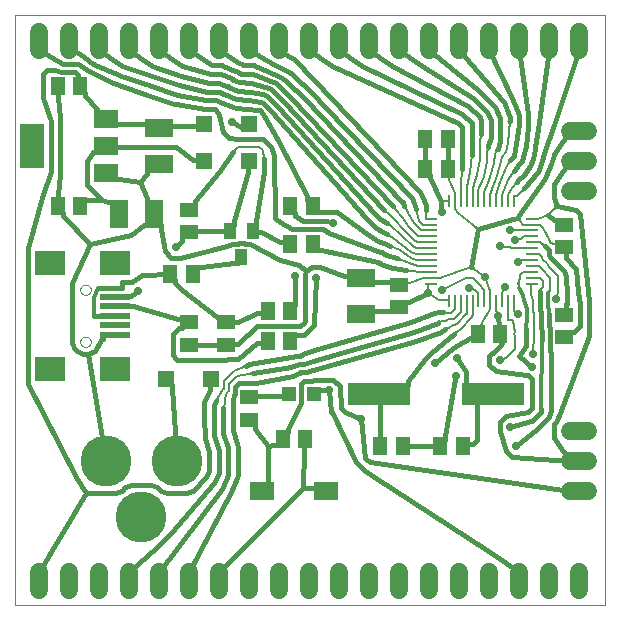
<source format=gtl>
G75*
G70*
%OFA0B0*%
%FSLAX24Y24*%
%IPPOS*%
%LPD*%
%AMOC8*
5,1,8,0,0,1.08239X$1,22.5*
%
%ADD10C,0.0000*%
%ADD11R,0.0079X0.0394*%
%ADD12R,0.0394X0.0079*%
%ADD13C,0.0600*%
%ADD14R,0.0790X0.0590*%
%ADD15R,0.0790X0.1500*%
%ADD16R,0.0984X0.0197*%
%ADD17R,0.0984X0.0787*%
%ADD18C,0.1700*%
%ADD19R,0.0394X0.0551*%
%ADD20R,0.0551X0.0551*%
%ADD21R,0.2100X0.0760*%
%ADD22R,0.0512X0.0591*%
%ADD23R,0.0945X0.0630*%
%ADD24R,0.0591X0.0512*%
%ADD25R,0.0630X0.0945*%
%ADD26R,0.0472X0.0472*%
%ADD27R,0.0787X0.0630*%
%ADD28C,0.0079*%
%ADD29C,0.0157*%
%ADD30C,0.0277*%
%ADD31C,0.0118*%
D10*
X000500Y000107D02*
X000500Y019792D01*
X020185Y019792D01*
X020185Y000107D01*
X000500Y000107D01*
X002681Y008886D02*
X002683Y008912D01*
X002689Y008938D01*
X002699Y008963D01*
X002712Y008986D01*
X002728Y009006D01*
X002748Y009024D01*
X002770Y009039D01*
X002793Y009051D01*
X002819Y009059D01*
X002845Y009063D01*
X002871Y009063D01*
X002897Y009059D01*
X002923Y009051D01*
X002947Y009039D01*
X002968Y009024D01*
X002988Y009006D01*
X003004Y008986D01*
X003017Y008963D01*
X003027Y008938D01*
X003033Y008912D01*
X003035Y008886D01*
X003033Y008860D01*
X003027Y008834D01*
X003017Y008809D01*
X003004Y008786D01*
X002988Y008766D01*
X002968Y008748D01*
X002946Y008733D01*
X002923Y008721D01*
X002897Y008713D01*
X002871Y008709D01*
X002845Y008709D01*
X002819Y008713D01*
X002793Y008721D01*
X002769Y008733D01*
X002748Y008748D01*
X002728Y008766D01*
X002712Y008786D01*
X002699Y008809D01*
X002689Y008834D01*
X002683Y008860D01*
X002681Y008886D01*
X002681Y010619D02*
X002683Y010645D01*
X002689Y010671D01*
X002699Y010696D01*
X002712Y010719D01*
X002728Y010739D01*
X002748Y010757D01*
X002770Y010772D01*
X002793Y010784D01*
X002819Y010792D01*
X002845Y010796D01*
X002871Y010796D01*
X002897Y010792D01*
X002923Y010784D01*
X002947Y010772D01*
X002968Y010757D01*
X002988Y010739D01*
X003004Y010719D01*
X003017Y010696D01*
X003027Y010671D01*
X003033Y010645D01*
X003035Y010619D01*
X003033Y010593D01*
X003027Y010567D01*
X003017Y010542D01*
X003004Y010519D01*
X002988Y010499D01*
X002968Y010481D01*
X002946Y010466D01*
X002923Y010454D01*
X002897Y010446D01*
X002871Y010442D01*
X002845Y010442D01*
X002819Y010446D01*
X002793Y010454D01*
X002769Y010466D01*
X002748Y010481D01*
X002728Y010499D01*
X002712Y010519D01*
X002699Y010542D01*
X002689Y010567D01*
X002683Y010593D01*
X002681Y010619D01*
D11*
X014970Y010237D03*
X015167Y010237D03*
X015364Y010237D03*
X015561Y010237D03*
X015758Y010237D03*
X015955Y010237D03*
X016152Y010237D03*
X016348Y010237D03*
X016545Y010237D03*
X016742Y010237D03*
X016939Y010237D03*
X017136Y010237D03*
X017136Y013583D03*
X016939Y013583D03*
X016742Y013583D03*
X016545Y013583D03*
X016348Y013583D03*
X016152Y013583D03*
X015955Y013583D03*
X015758Y013583D03*
X015561Y013583D03*
X015364Y013583D03*
X015167Y013583D03*
X014970Y013583D03*
D12*
X014380Y012993D03*
X014380Y012796D03*
X014380Y012599D03*
X014380Y012402D03*
X014380Y012205D03*
X014380Y012008D03*
X014380Y011812D03*
X014380Y011615D03*
X014380Y011418D03*
X014380Y011221D03*
X014380Y011024D03*
X014380Y010827D03*
X017726Y010827D03*
X017726Y011024D03*
X017726Y011221D03*
X017726Y011418D03*
X017726Y011615D03*
X017726Y011812D03*
X017726Y012008D03*
X017726Y012205D03*
X017726Y012402D03*
X017726Y012599D03*
X017726Y012796D03*
X017726Y012993D03*
D13*
X019003Y013910D02*
X019603Y013910D01*
X019603Y014910D02*
X019003Y014910D01*
X019003Y015910D02*
X019603Y015910D01*
X019303Y018610D02*
X019303Y019210D01*
X018303Y019210D02*
X018303Y018610D01*
X017303Y018610D02*
X017303Y019210D01*
X016303Y019210D02*
X016303Y018610D01*
X015303Y018610D02*
X015303Y019210D01*
X014303Y019210D02*
X014303Y018610D01*
X013303Y018610D02*
X013303Y019210D01*
X012303Y019210D02*
X012303Y018610D01*
X011303Y018610D02*
X011303Y019210D01*
X010303Y019210D02*
X010303Y018610D01*
X009303Y018610D02*
X009303Y019210D01*
X008303Y019210D02*
X008303Y018610D01*
X007303Y018610D02*
X007303Y019210D01*
X006303Y019210D02*
X006303Y018610D01*
X005303Y018610D02*
X005303Y019210D01*
X004303Y019210D02*
X004303Y018610D01*
X003303Y018610D02*
X003303Y019210D01*
X002303Y019210D02*
X002303Y018610D01*
X001303Y018610D02*
X001303Y019210D01*
X019003Y005910D02*
X019603Y005910D01*
X019603Y004910D02*
X019003Y004910D01*
X019003Y003910D02*
X019603Y003910D01*
X019303Y001210D02*
X019303Y000610D01*
X018303Y000610D02*
X018303Y001210D01*
X017303Y001210D02*
X017303Y000610D01*
X016303Y000610D02*
X016303Y001210D01*
X015303Y001210D02*
X015303Y000610D01*
X014303Y000610D02*
X014303Y001210D01*
X013303Y001210D02*
X013303Y000610D01*
X012303Y000610D02*
X012303Y001210D01*
X011303Y001210D02*
X011303Y000610D01*
X010303Y000610D02*
X010303Y001210D01*
X009303Y001210D02*
X009303Y000610D01*
X008303Y000610D02*
X008303Y001210D01*
X007303Y001210D02*
X007303Y000610D01*
X006303Y000610D02*
X006303Y001210D01*
X005303Y001210D02*
X005303Y000610D01*
X004303Y000610D02*
X004303Y001210D01*
X003303Y001210D02*
X003303Y000610D01*
X002303Y000610D02*
X002303Y001210D01*
X001303Y001210D02*
X001303Y000610D01*
D14*
X003543Y014520D03*
X003543Y015420D03*
X003543Y016320D03*
D15*
X001063Y015410D03*
D16*
X003843Y010382D03*
X003843Y010067D03*
X003843Y009753D03*
X003843Y009438D03*
X003843Y009123D03*
D17*
X003843Y007981D03*
X001677Y007981D03*
X001677Y011524D03*
X003843Y011524D03*
D18*
X003531Y004910D03*
X004713Y003060D03*
X005894Y004910D03*
D19*
X008053Y011727D03*
X007679Y012593D03*
X008427Y012593D03*
D20*
X008301Y014910D03*
X008301Y016160D03*
X006805Y016160D03*
X006805Y014910D03*
X007051Y007660D03*
X005555Y007660D03*
D21*
X012653Y007160D03*
X016453Y007160D03*
D22*
X015427Y005410D03*
X014679Y005410D03*
X013427Y005410D03*
X012679Y005410D03*
X010177Y005660D03*
X009429Y005660D03*
X009677Y008910D03*
X008929Y008910D03*
X008929Y009910D03*
X009677Y009910D03*
X009679Y012160D03*
X010427Y012160D03*
X010427Y013410D03*
X009679Y013410D03*
X006427Y011160D03*
X005679Y011160D03*
X002677Y013410D03*
X001929Y013410D03*
X001929Y017410D03*
X002677Y017410D03*
X014179Y015660D03*
X014927Y015660D03*
X014927Y014660D03*
X014179Y014660D03*
X015929Y009160D03*
X016677Y009160D03*
D23*
X012053Y009819D03*
X012053Y011001D03*
X005303Y014819D03*
X005303Y016001D03*
D24*
X006303Y013284D03*
X006303Y012536D03*
X006303Y009534D03*
X006303Y008786D03*
X007553Y008786D03*
X007553Y009534D03*
X008303Y007034D03*
X008303Y006286D03*
X013303Y010036D03*
X013303Y010784D03*
X018803Y009784D03*
X018803Y009036D03*
X018803Y012036D03*
X018803Y012784D03*
D25*
X005144Y013160D03*
X003963Y013160D03*
D26*
X009640Y007160D03*
X010467Y007160D03*
D27*
X010866Y003910D03*
X008740Y003910D03*
D28*
X007491Y006662D02*
X007475Y006746D01*
X007422Y006679D01*
X007453Y006654D02*
X007492Y006816D01*
X007496Y006987D01*
X007573Y007205D01*
X007628Y007260D01*
X007628Y007480D01*
X007897Y007749D01*
X008311Y007804D01*
X008425Y007843D01*
X008398Y007872D02*
X008336Y007812D01*
X008421Y007804D01*
X008197Y008040D02*
X008111Y008040D01*
X008167Y008105D01*
X008197Y008079D02*
X007806Y007899D01*
X007478Y007571D01*
X007458Y007522D01*
X007458Y007330D01*
X007445Y007303D01*
X007217Y006930D01*
X007256Y006925D02*
X007266Y007010D01*
X007195Y006962D01*
X012896Y012458D02*
X012982Y012446D01*
X012935Y012518D01*
X012902Y012497D02*
X013114Y012363D01*
X013723Y011880D01*
X013888Y011812D01*
X014183Y011812D01*
X014222Y011812D01*
X014380Y011812D01*
X014380Y012008D02*
X014222Y012008D01*
X014183Y012008D01*
X013920Y012008D01*
X013813Y012053D01*
X013396Y012406D01*
X013016Y012772D01*
X012906Y012847D01*
X012939Y012867D02*
X012984Y012794D01*
X012899Y012808D01*
X013180Y012961D02*
X013019Y013121D01*
X013004Y013130D01*
X012811Y013280D01*
X012802Y013242D02*
X012886Y013222D01*
X012846Y013298D01*
X013099Y013372D02*
X013174Y013330D01*
X013157Y013414D01*
X013118Y013406D02*
X013209Y013284D01*
X013413Y013060D01*
X013640Y012717D01*
X013946Y012411D01*
X013967Y012402D01*
X014183Y012402D01*
X014222Y012402D01*
X014380Y012402D01*
X014380Y012205D02*
X014222Y012205D01*
X014183Y012205D01*
X013927Y012205D01*
X013835Y012244D01*
X013473Y012605D01*
X013180Y012961D01*
X013604Y013202D02*
X013484Y013398D01*
X013462Y013366D02*
X013533Y013317D01*
X013523Y013403D01*
X013604Y013202D02*
X013612Y013193D01*
X013800Y012834D01*
X014025Y012610D01*
X014036Y012599D01*
X014183Y012599D01*
X014222Y012599D01*
X014380Y012599D01*
X014380Y012796D02*
X014222Y012796D01*
X014183Y012796D01*
X014102Y012796D01*
X013986Y012911D01*
X013878Y013316D01*
X013917Y013309D02*
X013902Y013224D01*
X013848Y013290D01*
X014163Y013248D02*
X014208Y013174D01*
X014234Y013256D01*
X014197Y013268D02*
X014222Y013048D01*
X014222Y013032D01*
X014222Y012993D01*
X014380Y012993D01*
X014709Y013532D02*
X014787Y013567D01*
X014709Y013603D01*
X014693Y013567D02*
X014931Y013567D01*
X014970Y013567D01*
X014970Y013583D01*
X015167Y013583D02*
X015167Y013426D01*
X015167Y013386D01*
X015167Y013305D01*
X015283Y013190D01*
X015929Y012658D01*
X015894Y012641D02*
X015856Y012718D01*
X015939Y012696D01*
X016667Y012072D02*
X017129Y012004D01*
X017351Y012004D01*
X017352Y012004D01*
X017448Y012008D01*
X017530Y012008D01*
X017569Y012008D01*
X017726Y012008D01*
X017726Y011812D02*
X017884Y011812D01*
X017923Y011812D01*
X017949Y011812D01*
X017988Y011810D01*
X018079Y011719D01*
X018079Y011681D01*
X018120Y011619D01*
X018233Y011507D01*
X018322Y011387D01*
X018566Y011131D01*
X018593Y011067D01*
X018593Y011028D01*
X018593Y010548D01*
X018555Y010308D01*
X018314Y010499D02*
X018335Y010582D01*
X018258Y010544D01*
X018276Y010508D02*
X018356Y010609D01*
X018356Y010967D01*
X018356Y011007D01*
X018079Y011325D01*
X017988Y011416D01*
X017949Y011418D01*
X017923Y011418D01*
X017884Y011418D01*
X017726Y011418D01*
X017726Y011615D02*
X017569Y011615D01*
X017530Y011615D01*
X017350Y011615D01*
X017260Y011540D01*
X017448Y011221D02*
X017333Y011106D01*
X017291Y010808D01*
X017293Y010690D01*
X017290Y010819D02*
X017304Y010901D01*
X017448Y011221D02*
X017530Y011221D01*
X017569Y011221D01*
X017726Y011221D01*
X017726Y011024D02*
X017884Y011024D01*
X017923Y011024D01*
X018005Y011024D01*
X018120Y010909D01*
X018120Y010746D01*
X018107Y010712D01*
X018013Y010617D01*
X018000Y010552D01*
X017973Y010581D02*
X018013Y010617D01*
X018036Y010568D01*
X017724Y010438D02*
X017783Y010268D01*
X017783Y010047D01*
X017806Y009686D01*
X017806Y009225D01*
X017801Y009147D01*
X017776Y008485D01*
X017181Y008650D02*
X016886Y008355D01*
X016880Y008353D01*
X016677Y008272D01*
X017181Y008650D02*
X017163Y008764D01*
X017171Y008793D01*
X017171Y009080D01*
X017153Y009147D01*
X017164Y009221D01*
X017145Y009395D01*
X017122Y009614D01*
X016938Y009614D01*
X016929Y009745D01*
X016939Y009958D01*
X016939Y010040D01*
X016939Y010079D01*
X016939Y010237D01*
X017136Y010237D02*
X017136Y010079D01*
X017132Y010020D01*
X017129Y009977D01*
X017152Y009931D01*
X017268Y009831D01*
X016742Y010237D02*
X016742Y010394D01*
X016742Y010434D01*
X016742Y010515D01*
X016843Y010705D01*
X016545Y010237D02*
X016545Y010079D01*
X016545Y010040D01*
X016545Y009958D01*
X016610Y009764D01*
X016348Y009975D02*
X016269Y009854D01*
X016150Y009632D01*
X016072Y009514D01*
X015929Y009160D01*
X015720Y009692D02*
X015358Y009330D01*
X015142Y009158D01*
X015177Y009140D02*
X015216Y009217D01*
X015132Y009196D01*
X014978Y009362D02*
X014972Y009359D01*
X014854Y009319D01*
X014881Y009291D02*
X014944Y009350D01*
X014858Y009359D01*
X014978Y009362D02*
X015034Y009418D01*
X015226Y009489D01*
X015247Y009497D01*
X015553Y009803D01*
X015561Y009823D01*
X015561Y010040D01*
X015561Y010079D01*
X015561Y010237D01*
X015364Y010237D02*
X015364Y010079D01*
X015364Y010040D01*
X015364Y009877D01*
X015134Y009646D01*
X015097Y009638D01*
X014943Y009638D01*
X014878Y009595D01*
X014740Y009595D01*
X014591Y009528D01*
X014620Y009502D02*
X014677Y009567D01*
X014591Y009567D01*
X014776Y009833D02*
X014856Y009859D01*
X014764Y009871D01*
X014785Y009904D02*
X014856Y009859D01*
X014895Y009859D01*
X015045Y009859D01*
X015075Y009882D01*
X015167Y009975D01*
X015167Y010040D01*
X015167Y010079D01*
X015167Y010237D01*
X014970Y010237D02*
X014970Y010296D01*
X014931Y010296D01*
X014625Y010296D01*
X014260Y010508D01*
X014260Y010788D01*
X014260Y010827D01*
X014380Y010827D01*
X014380Y011024D02*
X014222Y011024D01*
X014183Y011024D01*
X014102Y011024D01*
X013680Y010843D01*
X013598Y010843D01*
X013559Y010843D01*
X013303Y010784D01*
X013554Y011250D02*
X013637Y011273D01*
X013565Y011321D01*
X013543Y011288D02*
X013967Y011221D01*
X014183Y011221D01*
X014222Y011221D01*
X014380Y011221D01*
X014380Y011024D02*
X014537Y011024D01*
X014577Y011024D01*
X014658Y011024D01*
X015720Y011394D01*
X016185Y011052D01*
X016348Y010580D01*
X016348Y010434D01*
X016348Y010394D01*
X016348Y010237D01*
X016348Y010079D01*
X016348Y010040D01*
X016348Y009975D01*
X016152Y010237D02*
X016152Y010394D01*
X016152Y010434D01*
X016152Y010613D01*
X015972Y010820D01*
X015788Y011004D01*
X015527Y011004D01*
X014756Y010611D01*
X014380Y011418D02*
X014222Y011418D01*
X014183Y011418D01*
X013927Y011418D01*
X013825Y011437D01*
X013644Y011505D01*
X013236Y011666D01*
X013265Y011693D02*
X013324Y011631D01*
X013238Y011627D01*
X013350Y011941D02*
X013000Y012087D01*
X013001Y012048D02*
X013087Y012051D01*
X013029Y012114D01*
X013350Y011941D02*
X013723Y011683D01*
X013888Y011615D01*
X014183Y011615D01*
X014222Y011615D01*
X014380Y011615D01*
X015631Y011363D02*
X015693Y011423D01*
X015755Y011413D02*
X015797Y011338D01*
X015712Y011356D01*
X015717Y011355D02*
X015631Y011363D01*
X015657Y010690D02*
X015839Y010630D01*
X015955Y010515D01*
X015955Y010434D01*
X015955Y010394D01*
X015955Y010237D01*
X015758Y010237D02*
X015758Y010079D01*
X015758Y010040D01*
X015758Y009784D01*
X015720Y009692D01*
X017724Y010438D02*
X017724Y010788D01*
X017724Y010827D01*
X017726Y010827D01*
X018126Y012065D02*
X018087Y012141D01*
X018170Y012122D01*
X018161Y012083D02*
X018005Y012205D01*
X017923Y012205D01*
X017884Y012205D01*
X017726Y012205D01*
X017726Y012402D02*
X017569Y012402D01*
X017530Y012402D01*
X017464Y012402D01*
X017452Y012393D01*
X017371Y012313D01*
X017178Y012272D01*
X016994Y012619D02*
X017432Y012599D01*
X017530Y012599D01*
X017569Y012599D01*
X017726Y012599D01*
X017726Y012796D02*
X017569Y012796D01*
X017530Y012796D01*
X017448Y012796D01*
X017333Y012911D01*
X017287Y013012D01*
X017261Y012983D02*
X017326Y012926D01*
X017327Y013012D01*
X017726Y012993D02*
X017884Y012993D01*
X017923Y012993D01*
X017940Y012993D01*
X018287Y013127D01*
X018559Y013398D01*
X018573Y013361D02*
X018492Y013331D01*
X018522Y013412D01*
X018354Y013193D02*
X018324Y013113D01*
X018285Y013087D02*
X018199Y013093D01*
X018259Y013154D01*
X018274Y013163D02*
X018354Y013193D01*
X018005Y012796D02*
X017923Y012796D01*
X017884Y012796D01*
X017726Y012796D01*
X018005Y012796D02*
X018120Y012681D01*
X018317Y012329D01*
X018351Y012227D01*
X018443Y012135D01*
X018508Y012135D01*
X018547Y012135D01*
X018803Y012036D01*
X017136Y013583D02*
X017136Y013741D01*
X017175Y013741D01*
X017191Y013741D01*
X017248Y013745D01*
X017409Y013906D01*
X017484Y014001D01*
X017446Y014010D02*
X017426Y013926D01*
X017502Y013965D01*
X017260Y014182D02*
X017181Y014148D01*
X017207Y014230D01*
X017244Y014218D02*
X017059Y014014D01*
X016939Y013780D01*
X016939Y013741D01*
X016939Y013583D01*
X016742Y013583D02*
X016742Y013741D01*
X016742Y013780D01*
X016874Y014105D01*
X016938Y014278D01*
X017146Y014579D01*
X017166Y014545D02*
X017092Y014501D01*
X017107Y014586D01*
X016885Y014687D02*
X017004Y014934D01*
X016965Y014934D02*
X016963Y014849D01*
X017029Y014903D01*
X016885Y014687D02*
X016685Y014206D01*
X016545Y013796D01*
X016545Y013780D01*
X016545Y013741D01*
X016545Y013583D01*
X016348Y013583D02*
X016348Y013741D01*
X016348Y013780D01*
X016348Y013796D01*
X016455Y014067D01*
X016538Y014324D01*
X016664Y014779D01*
X016728Y015048D01*
X016866Y015213D01*
X016950Y015525D01*
X016992Y016264D01*
X016955Y016250D02*
X016987Y016170D01*
X017027Y016246D01*
X016591Y015327D02*
X016495Y015148D01*
X016492Y015142D01*
X016484Y014851D01*
X016349Y014388D01*
X016270Y014180D01*
X016152Y013878D01*
X016152Y013780D01*
X016152Y013741D01*
X016152Y013583D01*
X015955Y013583D02*
X015955Y013741D01*
X015955Y013780D01*
X015955Y013959D01*
X016117Y014308D01*
X016154Y014397D01*
X016248Y014898D01*
X016256Y015189D01*
X016280Y015386D01*
X016313Y015366D02*
X016268Y015293D01*
X016242Y015374D01*
X016551Y015330D02*
X016546Y015244D01*
X016614Y015296D01*
X016012Y015221D02*
X016012Y014993D01*
X015922Y014443D01*
X015818Y014132D01*
X015797Y014080D01*
X015778Y014061D01*
X015758Y014012D01*
X015758Y013780D01*
X015758Y013741D01*
X015758Y013583D01*
X015561Y013583D02*
X015561Y013741D01*
X015561Y013780D01*
X015561Y014051D01*
X015689Y014538D01*
X015736Y015107D01*
X015699Y015093D02*
X015728Y015013D01*
X015771Y015088D01*
X016012Y015221D02*
X016005Y015273D01*
X016005Y015500D01*
X016047Y015812D01*
X016010Y015800D02*
X016035Y015718D01*
X016081Y015791D01*
X015417Y014650D02*
X015364Y014075D01*
X015364Y013780D01*
X015364Y013741D01*
X015364Y013583D01*
X015167Y013583D02*
X015167Y013741D01*
X015167Y013780D01*
X015167Y013862D01*
X014986Y014283D01*
X014986Y014365D01*
X014986Y014404D01*
X014927Y014660D01*
X015380Y014637D02*
X015409Y014556D01*
X015451Y014631D01*
X008848Y015007D02*
X008800Y015078D01*
X008777Y014995D01*
X008815Y014985D02*
X008770Y015266D01*
X008657Y015379D01*
X008106Y015379D01*
X007945Y015379D01*
X007832Y015266D01*
X007787Y015209D01*
X007775Y015247D02*
X007832Y015266D01*
X007827Y015206D01*
X008026Y016044D02*
X008065Y016044D01*
X008301Y016160D01*
D29*
X008026Y016044D02*
X007740Y016216D01*
X007437Y015897D02*
X007317Y016455D01*
X007284Y016520D01*
X007165Y016639D01*
X007090Y016647D01*
X006854Y016647D01*
X005870Y016814D01*
X005811Y016826D01*
X004902Y017129D01*
X003964Y017444D01*
X003718Y017546D01*
X002966Y017916D01*
X002599Y018135D01*
X002106Y018135D01*
X001303Y018610D01*
X001303Y018910D01*
X002303Y018910D02*
X002303Y018610D01*
X002464Y018571D01*
X002600Y018515D01*
X002777Y018427D01*
X003106Y018135D01*
X003141Y018135D01*
X003170Y018123D01*
X003896Y017813D01*
X004027Y017759D01*
X004964Y017444D01*
X005902Y017129D01*
X006882Y016937D01*
X007209Y016937D01*
X007282Y016922D01*
X007333Y016894D01*
X007776Y016711D01*
X007858Y016694D01*
X008615Y016624D01*
X008665Y016609D01*
X008789Y016484D01*
X009320Y015556D01*
X010250Y013738D01*
X010250Y013705D01*
X010250Y013627D01*
X010427Y013410D01*
X010604Y013217D01*
X010683Y013217D01*
X011257Y013217D01*
X012351Y012404D01*
X012624Y012237D01*
X012673Y012217D01*
X012802Y012166D01*
X013000Y012087D01*
X012762Y011858D02*
X012870Y011772D01*
X013236Y011666D01*
X013106Y011351D02*
X012768Y011457D01*
X012719Y011478D01*
X012623Y011552D01*
X012607Y011552D01*
X010716Y011943D01*
X010683Y011943D01*
X010604Y011943D01*
X010427Y012160D01*
X010763Y012649D02*
X009742Y012649D01*
X009325Y012879D01*
X009187Y013017D01*
X009130Y015115D01*
X009043Y015379D01*
X008770Y015651D01*
X007929Y015651D01*
X007645Y015690D01*
X007437Y015897D01*
X006805Y016160D02*
X006608Y016080D01*
X006530Y016080D01*
X005776Y016080D01*
X005697Y016080D01*
X005303Y016001D01*
X004909Y016160D01*
X004831Y016160D01*
X003938Y016160D01*
X003859Y016160D01*
X003543Y016320D01*
X003227Y016536D01*
X003227Y016615D01*
X003227Y016648D01*
X002854Y017082D01*
X002854Y017115D01*
X002854Y017193D01*
X002677Y017410D01*
X002597Y017627D01*
X002597Y017705D01*
X002597Y017778D01*
X002494Y017881D01*
X002051Y017881D01*
X001850Y017941D01*
X001771Y017941D01*
X001575Y017941D01*
X001437Y017803D01*
X001437Y017213D01*
X001437Y017017D01*
X001694Y016258D01*
X001694Y014758D01*
X001694Y014562D01*
X001437Y013803D01*
X000949Y012016D01*
X000949Y007685D01*
X000949Y007489D01*
X002535Y004370D01*
X002886Y003835D01*
X001303Y001210D01*
X001303Y000910D01*
X004303Y000910D02*
X004303Y001210D01*
X005252Y002063D01*
X005709Y002520D01*
X007157Y004192D01*
X007295Y004524D01*
X007295Y005296D01*
X007142Y005751D01*
X007138Y006524D01*
X007138Y006785D01*
X007217Y006930D01*
X007453Y006654D02*
X007457Y005814D01*
X007601Y005379D01*
X007610Y005335D01*
X007610Y004485D01*
X007601Y004441D01*
X007433Y004035D01*
X007408Y003997D01*
X005303Y001210D01*
X005303Y000910D01*
X006303Y000910D02*
X006303Y001210D01*
X007712Y003885D01*
X007904Y004349D01*
X007925Y004454D01*
X007925Y005366D01*
X007904Y005471D01*
X007772Y005932D01*
X007772Y006128D01*
X007772Y006876D01*
X007775Y006953D01*
X007806Y007109D01*
X007820Y007128D01*
X007833Y007161D01*
X007838Y007176D01*
X007838Y007360D01*
X007854Y007386D01*
X007990Y007522D01*
X008156Y007522D01*
X008556Y007528D01*
X009779Y007749D01*
X009915Y007805D01*
X009994Y007860D01*
X010014Y007868D01*
X010204Y007868D01*
X013878Y008914D01*
X014721Y009213D01*
X014854Y009319D01*
X015125Y009141D02*
X014985Y009004D01*
X014369Y008520D01*
X014161Y008313D01*
X013624Y007573D01*
X013624Y007540D01*
X013624Y007461D01*
X012653Y007160D01*
X012666Y006859D01*
X012666Y006780D01*
X012666Y005705D01*
X012666Y005627D01*
X012679Y005410D01*
X012187Y005017D02*
X012047Y006331D01*
X011505Y006544D01*
X011367Y006682D01*
X011327Y007423D01*
X011119Y007630D01*
X010826Y007630D01*
X010606Y007630D01*
X010259Y007593D01*
X010228Y007593D01*
X010157Y007573D01*
X010053Y007470D01*
X010053Y006850D01*
X009606Y005988D01*
X009606Y005955D01*
X009606Y005877D01*
X009429Y005660D01*
X009252Y005443D01*
X009173Y005443D01*
X009141Y005443D01*
X008937Y005406D01*
X008520Y005997D01*
X008520Y006030D01*
X008520Y006109D01*
X008303Y006286D01*
X008303Y007034D02*
X008520Y007097D01*
X008598Y007097D01*
X009404Y007097D01*
X009482Y007097D01*
X009640Y007160D01*
X010467Y007160D02*
X010624Y007276D01*
X010703Y007276D01*
X010972Y007276D01*
X011052Y006564D01*
X011060Y006543D01*
X011880Y004878D01*
X012187Y004572D01*
X016531Y001740D01*
X017303Y001210D01*
X017303Y000910D01*
X019003Y003910D02*
X012325Y004879D01*
X012187Y005017D01*
X013427Y005410D02*
X013604Y005410D01*
X013683Y005410D01*
X014423Y005410D01*
X014502Y005410D01*
X014679Y005410D01*
X014856Y005627D01*
X014856Y005705D01*
X014856Y005738D01*
X015167Y007638D01*
X015224Y007749D01*
X015554Y007885D02*
X015554Y007540D01*
X015554Y007461D01*
X016453Y007160D01*
X015919Y006859D01*
X015919Y006780D01*
X015919Y005607D01*
X015781Y005469D01*
X015683Y005469D01*
X015604Y005469D01*
X015427Y005410D01*
X016661Y005909D02*
X016862Y005255D01*
X017070Y005048D01*
X019003Y004910D01*
X019303Y004910D01*
X019003Y004910D01*
X018480Y005686D01*
X018475Y005698D01*
X018475Y006122D01*
X018480Y006134D01*
X018552Y006205D01*
X018580Y006265D01*
X018684Y006517D01*
X019650Y009075D01*
X019650Y009508D01*
X019650Y010256D01*
X019335Y013138D01*
X019196Y013276D01*
X018559Y013398D01*
X018467Y013697D01*
X018467Y014123D01*
X018473Y014138D01*
X019003Y014910D01*
X019303Y014910D01*
X018474Y015138D02*
X018468Y015123D01*
X018389Y014830D01*
X018214Y014407D01*
X018148Y014296D01*
X017648Y013584D01*
X017293Y013130D01*
X017287Y013012D01*
X017097Y012973D01*
X015929Y012658D01*
X015720Y011394D01*
X014260Y010508D02*
X013631Y010213D01*
X013598Y010213D01*
X013520Y010213D01*
X013303Y010036D01*
X013087Y009928D01*
X013008Y009928D01*
X012526Y009928D01*
X012447Y009928D01*
X012053Y009819D01*
X012447Y010892D02*
X012526Y010892D01*
X013008Y010892D01*
X013087Y010892D01*
X013303Y010784D01*
X013543Y011288D02*
X013106Y011351D01*
X012762Y011858D02*
X012742Y011867D01*
X012669Y011867D01*
X010964Y012509D01*
X010763Y012649D01*
X010898Y012921D02*
X010091Y012921D01*
X009902Y013036D01*
X009856Y013082D01*
X009856Y013115D01*
X009856Y013193D01*
X009679Y013410D01*
X009325Y012219D02*
X008722Y012554D01*
X008624Y012554D01*
X008545Y012554D01*
X008427Y012593D01*
X008545Y012790D01*
X008545Y012869D01*
X008545Y012901D01*
X008813Y014537D01*
X008815Y014985D01*
X008301Y014910D02*
X008262Y014713D01*
X008262Y014634D01*
X008262Y014537D01*
X007797Y012901D01*
X007797Y012869D01*
X007797Y012790D01*
X007679Y012593D01*
X007561Y012565D01*
X007482Y012565D01*
X006598Y012565D01*
X006520Y012565D01*
X006303Y012536D01*
X006087Y012359D01*
X006087Y012280D01*
X006087Y012247D01*
X006040Y012201D01*
X005858Y012048D01*
X005504Y011901D02*
X005711Y011693D01*
X006005Y011693D01*
X007580Y012081D01*
X007650Y012102D01*
X007758Y012160D01*
X007941Y012160D01*
X007971Y012167D01*
X007981Y012176D01*
X008125Y012176D01*
X008135Y012167D01*
X008165Y012160D01*
X008348Y012160D01*
X009325Y011629D01*
X009977Y011434D01*
X010193Y011241D01*
X010393Y011371D01*
X010686Y011371D01*
X011483Y011079D01*
X011581Y011079D01*
X011659Y011079D01*
X012053Y011001D01*
X012447Y010892D01*
X013696Y009544D02*
X010363Y008568D01*
X010114Y008465D01*
X010014Y008418D01*
X009905Y008418D01*
X008295Y008158D01*
X008197Y008079D01*
X008425Y007843D02*
X009716Y008064D01*
X009959Y008143D01*
X010149Y008143D01*
X010425Y008255D01*
X013815Y009229D01*
X014591Y009528D01*
X014460Y009843D02*
X013696Y009544D01*
X014460Y009843D02*
X014638Y009871D01*
X014764Y009871D01*
X015142Y009158D02*
X015125Y009141D01*
X015109Y008690D02*
X014516Y008166D01*
X015109Y008690D02*
X015825Y009101D01*
X015923Y009101D01*
X016002Y009101D01*
X015929Y009160D01*
X016593Y009219D02*
X016632Y009370D01*
X016610Y009764D01*
X016593Y009219D02*
X016671Y009199D01*
X016677Y009160D01*
X016612Y008943D01*
X016750Y008865D01*
X016750Y008832D01*
X016704Y008786D01*
X016533Y008629D01*
X016530Y008627D01*
X016323Y008419D01*
X016323Y008125D01*
X016530Y007918D01*
X017554Y007780D01*
X017601Y007776D01*
X017739Y007638D01*
X017739Y006957D01*
X017739Y006761D01*
X017731Y006686D01*
X017598Y006552D01*
X016869Y006410D01*
X016661Y006202D01*
X016661Y005909D01*
X017016Y006056D02*
X017716Y006245D01*
X017730Y006251D01*
X018032Y006553D01*
X018038Y006567D01*
X018054Y006642D01*
X018344Y006506D02*
X018292Y006379D01*
X017904Y005991D01*
X017217Y005402D01*
X018344Y006506D02*
X018369Y006580D01*
X018370Y007894D01*
X018370Y008374D01*
X018327Y008705D01*
X018327Y008855D01*
X018336Y008900D01*
X018336Y009329D01*
X018313Y009448D01*
X018313Y009803D01*
X018040Y009748D02*
X018040Y009334D01*
X018085Y009235D01*
X018085Y008995D01*
X018067Y008963D01*
X017552Y008740D02*
X017316Y008407D01*
X017740Y008056D01*
X017552Y008740D02*
X017553Y009302D01*
X018040Y009748D02*
X018001Y010091D01*
X018001Y010104D01*
X018000Y010394D01*
X018000Y010552D01*
X018901Y010451D02*
X018864Y011082D01*
X018796Y011245D01*
X018442Y011599D01*
X018334Y011708D01*
X018313Y011778D01*
X018313Y011832D01*
X018312Y011933D01*
X018161Y012083D01*
X018803Y012036D02*
X018862Y011859D01*
X018862Y011780D01*
X018862Y011682D01*
X019192Y011331D01*
X019232Y010933D01*
X019277Y010564D01*
X019335Y010138D01*
X019335Y009626D01*
X019335Y009430D01*
X019177Y009259D01*
X019131Y009213D01*
X019098Y009213D01*
X019020Y009213D01*
X018803Y009036D01*
X018803Y009784D02*
X018871Y009961D01*
X018871Y010040D01*
X018871Y010134D01*
X018901Y010164D01*
X018901Y010451D01*
X018803Y012784D02*
X018587Y012961D01*
X018508Y012961D01*
X018475Y012961D01*
X018287Y013127D01*
X017484Y014001D02*
X017755Y014298D01*
X017880Y014474D01*
X017935Y014556D01*
X018086Y014922D01*
X018154Y015186D01*
X018467Y016123D01*
X019303Y018610D01*
X019303Y018910D01*
X018303Y018910D02*
X018303Y018610D01*
X017937Y015970D01*
X017852Y015378D01*
X017840Y015316D01*
X017772Y014986D01*
X017667Y014734D01*
X017613Y014652D01*
X017461Y014449D01*
X017271Y014271D01*
X017244Y014218D01*
X017146Y014579D02*
X017319Y014803D01*
X017400Y014912D01*
X017457Y015048D01*
X017538Y015408D01*
X017538Y015408D01*
X017622Y016032D01*
X017622Y016496D01*
X017303Y018610D01*
X017303Y018910D01*
X016303Y018910D02*
X016303Y018610D01*
X017084Y017024D01*
X017283Y016544D01*
X017307Y016421D01*
X017307Y016395D01*
X017307Y016134D01*
X017224Y015471D01*
X017142Y015111D01*
X017133Y015091D01*
X017004Y014934D01*
X016591Y015327D02*
X016675Y015580D01*
X016675Y016043D01*
X016675Y016358D01*
X016675Y016359D01*
X016524Y016725D01*
X016523Y016725D01*
X015953Y017295D01*
X014303Y018610D01*
X014303Y018910D01*
X014075Y018080D02*
X013303Y018610D01*
X013303Y018910D01*
X013075Y018080D02*
X012303Y018610D01*
X012303Y018910D01*
X012075Y018080D02*
X011303Y018610D01*
X011303Y018910D01*
X011075Y018080D02*
X010303Y018610D01*
X010303Y018910D01*
X009808Y018299D02*
X009689Y018379D01*
X009303Y018610D01*
X009303Y018910D01*
X009808Y018299D02*
X010480Y017628D01*
X013995Y013866D01*
X014094Y013679D01*
X014193Y013446D01*
X014197Y013268D01*
X013878Y013316D02*
X013799Y013529D01*
X013728Y013687D01*
X010837Y016711D01*
X010395Y017169D01*
X009739Y017825D01*
X009638Y017893D01*
X009106Y018134D01*
X008303Y018610D01*
X008303Y018910D01*
X007990Y018185D02*
X007303Y018610D01*
X007303Y018910D01*
X007990Y018185D02*
X008066Y018134D01*
X008093Y018107D01*
X008096Y018106D01*
X008485Y018098D01*
X008519Y018092D01*
X008915Y017928D01*
X009342Y017730D01*
X009497Y017630D01*
X009550Y017594D01*
X010165Y016980D01*
X013414Y013557D01*
X013433Y013537D01*
X013484Y013398D01*
X013118Y013406D02*
X013118Y013407D01*
X009695Y017017D01*
X009198Y017514D01*
X008928Y017626D01*
X008445Y017808D01*
X008040Y017824D01*
X007933Y017868D01*
X007930Y017872D01*
X007881Y017908D01*
X007852Y017928D01*
X007456Y018092D01*
X007422Y018098D01*
X007095Y018098D01*
X007089Y018101D01*
X006303Y018610D01*
X006303Y018910D01*
X006075Y018080D02*
X005303Y018610D01*
X005303Y018910D01*
X005075Y018080D02*
X004303Y018610D01*
X004303Y018910D01*
X004075Y018080D02*
X003303Y018610D01*
X003303Y018910D01*
X004075Y018080D02*
X004090Y018074D01*
X005964Y017444D01*
X006921Y017228D01*
X007266Y017228D01*
X007340Y017204D01*
X007441Y017163D01*
X007443Y017160D01*
X007467Y017144D01*
X007858Y016982D01*
X007886Y016977D01*
X008272Y016937D01*
X008721Y016878D01*
X008770Y016863D01*
X009044Y016590D01*
X012201Y012999D01*
X012530Y012671D01*
X012775Y012532D01*
X012902Y012497D01*
X012906Y012847D02*
X012681Y012965D01*
X012496Y013150D01*
X009264Y016729D01*
X008910Y017083D01*
X008827Y017117D01*
X008783Y017132D01*
X008329Y017228D01*
X007928Y017259D01*
X007613Y017389D01*
X007601Y017402D01*
X007540Y017429D01*
X007324Y017518D01*
X006979Y017518D01*
X006027Y017759D01*
X005090Y018074D01*
X005075Y018080D01*
X006075Y018080D02*
X006090Y018074D01*
X007037Y017808D01*
X007382Y017808D01*
X007704Y017675D01*
X007760Y017641D01*
X007773Y017629D01*
X007984Y017541D01*
X008387Y017518D01*
X008833Y017387D01*
X008878Y017372D01*
X009054Y017299D01*
X009479Y016873D01*
X012811Y013280D01*
X014356Y014332D02*
X014693Y013567D01*
X014695Y013289D01*
X014748Y013213D01*
X014356Y014332D02*
X014356Y014365D01*
X014356Y014443D01*
X014179Y014660D01*
X014179Y014877D01*
X014179Y014955D01*
X014179Y015365D01*
X014179Y015443D01*
X014179Y015660D01*
X014927Y015660D02*
X014927Y015443D01*
X014927Y015365D01*
X014927Y014955D01*
X014927Y014877D01*
X014927Y014660D01*
X015417Y014650D02*
X015419Y014779D01*
X015419Y014974D01*
X015418Y015108D01*
X015418Y015665D01*
X015418Y015667D01*
X015419Y015858D01*
X015419Y016053D01*
X015281Y016191D01*
X011075Y018080D01*
X012075Y018080D02*
X015419Y016497D01*
X015725Y016191D01*
X015733Y016171D01*
X015733Y015739D01*
X015731Y015605D01*
X015731Y015602D01*
X015731Y015171D01*
X015736Y015107D01*
X016280Y015386D02*
X016280Y015456D01*
X016361Y015682D01*
X016361Y015942D01*
X016361Y016296D01*
X016257Y016547D01*
X015775Y017030D01*
X014075Y018080D01*
X013075Y018080D02*
X015597Y016763D01*
X015991Y016369D01*
X016047Y016234D01*
X016047Y015812D01*
X016992Y016264D02*
X016992Y016390D01*
X016980Y016452D01*
X016805Y016875D01*
X016769Y016927D01*
X015303Y018610D01*
X015303Y018910D01*
X019003Y015910D02*
X018474Y015138D01*
X019003Y015910D02*
X019303Y015910D01*
X015256Y008335D02*
X015554Y007885D01*
X019003Y003910D02*
X019303Y003910D01*
X010866Y003910D02*
X010551Y004001D01*
X010472Y004001D01*
X010118Y004001D01*
X007303Y001210D01*
X007303Y000910D01*
X006214Y003838D02*
X005574Y003838D01*
X005362Y003926D01*
X005244Y004044D01*
X005033Y004131D01*
X004393Y004131D01*
X004181Y004044D01*
X004063Y003926D01*
X003851Y003838D01*
X002886Y003835D01*
X003531Y004910D02*
X002941Y008469D01*
X003165Y008578D01*
X003383Y008945D01*
X003429Y008992D01*
X003429Y009024D01*
X003429Y009103D01*
X003843Y009123D01*
X003843Y009753D02*
X003138Y009753D01*
X003843Y010067D02*
X004256Y010087D01*
X004335Y010087D01*
X004432Y010087D01*
X005947Y009642D01*
X006008Y009642D01*
X006087Y009642D01*
X006303Y009534D01*
X006087Y009357D01*
X006008Y009357D01*
X005975Y009357D01*
X005929Y009311D01*
X005772Y009140D01*
X005772Y008628D01*
X005772Y008432D01*
X005910Y008294D01*
X007239Y008294D01*
X007434Y008294D01*
X007701Y008298D01*
X007945Y008298D01*
X008575Y008851D01*
X008673Y008851D01*
X008752Y008851D01*
X008929Y008910D01*
X008588Y009410D02*
X007946Y008806D01*
X007848Y008806D01*
X007770Y008806D01*
X007553Y008786D01*
X007337Y008786D01*
X007258Y008786D01*
X006598Y008786D01*
X006520Y008786D01*
X006303Y008786D01*
X007225Y009711D02*
X007258Y009711D01*
X007337Y009711D01*
X007553Y009534D01*
X007770Y009554D01*
X007848Y009554D01*
X007946Y009554D01*
X008575Y009851D01*
X008673Y009851D01*
X008752Y009851D01*
X008929Y009910D01*
X008588Y009410D02*
X010018Y009410D01*
X010138Y009530D01*
X010169Y009596D01*
X010185Y010933D01*
X010185Y011163D01*
X010193Y011241D01*
X010539Y011016D02*
X010484Y009477D01*
X010476Y009457D01*
X010170Y009151D01*
X010135Y009127D01*
X009933Y009127D01*
X009854Y009127D01*
X009677Y008910D01*
X009677Y009910D02*
X009831Y010127D01*
X009831Y010205D01*
X009831Y011079D01*
X009679Y012160D02*
X009502Y012219D01*
X009423Y012219D01*
X009325Y012219D01*
X008053Y011727D02*
X007935Y011530D01*
X007856Y011530D01*
X007824Y011530D01*
X006716Y011377D01*
X006683Y011377D01*
X006604Y011377D01*
X006427Y011160D01*
X006073Y010629D02*
X005902Y010786D01*
X005856Y010832D01*
X005856Y010865D01*
X005856Y010943D01*
X005679Y011160D01*
X004732Y011130D01*
X004417Y010875D01*
X004063Y010875D01*
X004063Y010697D01*
X003276Y010697D01*
X003843Y010382D02*
X004256Y010402D01*
X004335Y010402D01*
X004367Y010402D01*
X004591Y010571D01*
X005504Y011901D02*
X005380Y012655D01*
X005380Y012688D01*
X005380Y012766D01*
X005144Y013160D01*
X004907Y012766D01*
X004829Y012766D01*
X004796Y012766D01*
X004375Y012451D01*
X003000Y012142D01*
X002106Y013082D01*
X002106Y013115D01*
X002106Y013193D01*
X001929Y013410D01*
X001949Y013627D01*
X001949Y013705D01*
X001949Y013803D01*
X002009Y014444D01*
X002009Y014876D01*
X002009Y016376D01*
X001949Y017017D01*
X001949Y017115D01*
X001949Y017193D01*
X001929Y017410D01*
X003227Y015204D02*
X003543Y015420D01*
X003859Y015371D01*
X003938Y015371D01*
X005873Y015371D01*
X006432Y014949D01*
X006530Y014949D01*
X006608Y014949D01*
X006805Y014910D01*
X007317Y014537D02*
X007787Y015209D01*
X007317Y014537D02*
X006520Y013573D01*
X006520Y013540D01*
X006520Y013461D01*
X006303Y013284D01*
X005144Y013160D02*
X004907Y013554D01*
X004907Y013632D01*
X004907Y013665D01*
X004677Y014201D01*
X004909Y014472D01*
X004909Y014504D01*
X004909Y014583D01*
X005303Y014819D01*
X004677Y014201D02*
X003971Y014304D01*
X003938Y014304D01*
X003859Y014304D01*
X003543Y014520D01*
X002912Y014323D02*
X002912Y014127D01*
X003398Y013599D01*
X002933Y013599D01*
X002854Y013599D01*
X002677Y013410D01*
X003398Y013599D02*
X003615Y013554D01*
X003648Y013554D01*
X003726Y013554D01*
X003963Y013160D01*
X003000Y012142D02*
X002424Y010833D01*
X002424Y008857D01*
X002444Y008790D01*
X002477Y008672D01*
X002530Y008619D01*
X002578Y008571D01*
X002703Y008525D01*
X002782Y008492D01*
X002941Y008469D01*
X005555Y007660D02*
X005752Y007463D01*
X005752Y007384D01*
X005752Y007352D01*
X005894Y004910D01*
X006966Y005230D02*
X006827Y005688D01*
X006823Y006422D01*
X006823Y006886D01*
X006843Y006935D01*
X007006Y007289D01*
X007006Y007384D01*
X007006Y007463D01*
X007051Y007660D01*
X007225Y009711D02*
X006073Y010629D01*
X002912Y014323D02*
X002912Y014913D01*
X003069Y015158D01*
X003116Y015204D01*
X003148Y015204D01*
X003227Y015204D01*
X010898Y012921D02*
X011110Y012863D01*
X010177Y005660D02*
X010157Y005443D01*
X010157Y005365D01*
X010157Y005267D01*
X010118Y004001D01*
X008937Y004146D02*
X008937Y004225D01*
X008937Y005406D01*
X008937Y004146D02*
X008740Y003910D01*
X006966Y004590D02*
X006966Y005230D01*
X006966Y004590D02*
X006878Y004378D01*
X006425Y003926D01*
X006214Y003838D01*
D30*
X010972Y007276D03*
X012047Y006331D03*
X014516Y008166D03*
X015256Y008335D03*
X015224Y007749D03*
X016677Y008272D03*
X017740Y008056D03*
X017776Y008485D03*
X017268Y009831D03*
X016610Y009764D03*
X016843Y010705D03*
X016185Y011052D03*
X015657Y010690D03*
X014756Y010611D03*
X014260Y010508D03*
X016667Y012072D03*
X017178Y012272D03*
X016994Y012619D03*
X017260Y011540D03*
X018555Y010308D03*
X014748Y013213D03*
X011110Y012863D03*
X010539Y011016D03*
X009831Y011079D03*
X005858Y012048D03*
X004591Y010571D03*
X007740Y016216D03*
X017016Y006056D03*
X017217Y005402D03*
D31*
X018054Y006642D02*
X018067Y008963D01*
X017553Y009302D02*
X017565Y009728D01*
X017565Y009974D01*
X017516Y010181D01*
X017411Y010531D01*
X017293Y010690D01*
X018276Y010508D02*
X018268Y010441D01*
X018258Y010431D01*
X018258Y010185D01*
X018313Y009803D01*
X003276Y010697D02*
X003138Y010363D01*
X003138Y009753D01*
M02*

</source>
